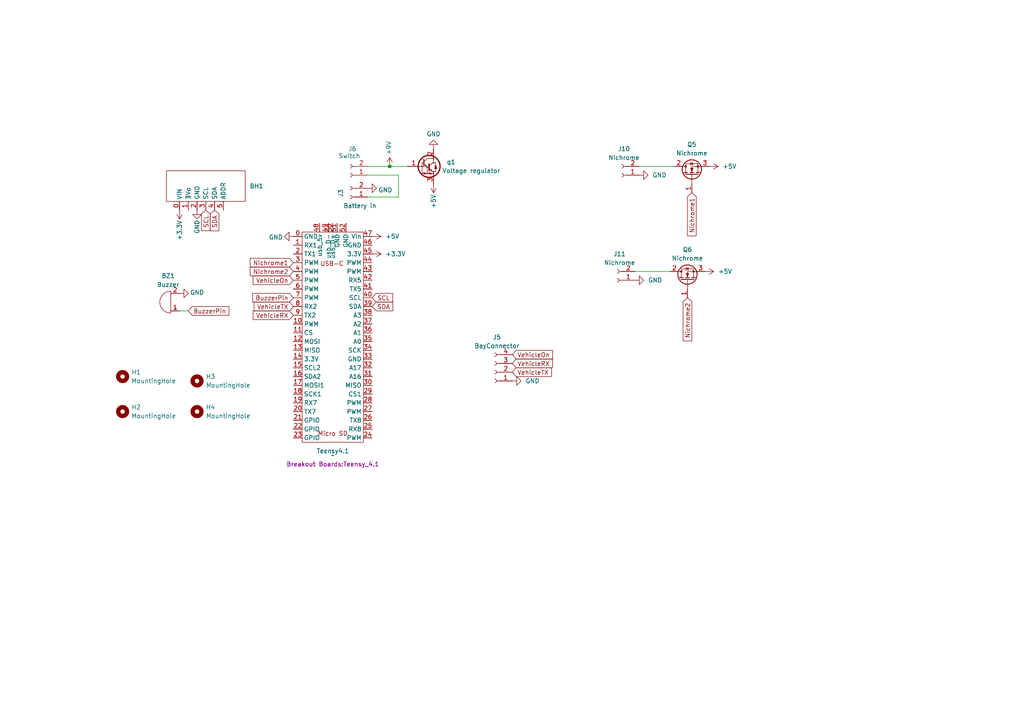
<source format=kicad_sch>
(kicad_sch (version 20250114) (generator "eeschema") (generator_version "9.0")
  (paper "A4")
  (lib_symbols
    (symbol "Breakout Boards:BH1750"
      (property "Reference" "U" (at -3.81 6.35 0))
      (symbol "BH1750_0_1"
        (rectangle (start -6.35 7.62) (end 16.51 -1.27))
        (rectangle (start -1.27 1.27) (end -1.27 1.27))
      )
      (symbol "BH1750_1_1"
        (pin power_in line (at -2.54 -3.81 90) (length 2.54) (name "VIN") (number "0"))
        (pin output line (at 0 -3.81 90) (length 2.54) (name "3Vo") (number "1"))
        (pin output line (at 2.54 -3.81 90) (length 2.54) (name "GND") (number "2"))
        (pin bidirectional line (at 5.08 -3.81 90) (length 2.54) (name "SCL") (number "3"))
        (pin bidirectional line (at 7.62 -3.81 90) (length 2.54) (name "SDA") (number "4"))
        (pin bidirectional line (at 10.16 -3.81 90) (length 2.54) (name "ADDR") (number "5"))
      )
    )
    (symbol "Breakout Boards:Teensy_4.1"
      (property "Reference" "Teensy4.1" (at 0 0 90))
      (property "Footprint" "Breakout Boards:Teensy_4.1" (at -0.254 36.322 0))
      (symbol "Teensy_4.1_0_1"
        (rectangle (start -8.89 30.48) (end 8.89 -30.48))
      )
      (symbol "Teensy_4.1_1_1"
        (text "USB-C" (at -0.254 21.336 0) (effects (font (size 1.27 1.27))))
        (text "Micro SD" (at 0 -27.94 0) (effects (font (size 1.27 1.27))))
        (pin input line (at -11.43 29.21 0) (length 2.54) (name "GND") (number "0"))
        (pin input line (at -11.43 26.67 0) (length 2.54) (name "RX1") (number "1"))
        (pin input line (at -11.43 24.13 0) (length 2.54) (name "TX1") (number "2"))
        (pin input line (at -11.43 21.59 0) (length 2.54) (name "PWM") (number "3"))
        (pin input line (at -11.43 19.05 0) (length 2.54) (name "PWM") (number "4"))
        (pin input line (at -11.43 16.51 0) (length 2.54) (name "PWM") (number "5"))
        (pin input line (at -11.43 13.97 0) (length 2.54) (name "PWM") (number "6"))
        (pin input line (at -11.43 11.43 0) (length 2.54) (name "PWM") (number "7"))
        (pin input line (at -11.43 8.89 0) (length 2.54) (name "RX2") (number "8"))
        (pin input line (at -11.43 6.35 0) (length 2.54) (name "TX2") (number "9"))
        (pin input line (at -11.43 3.81 0) (length 2.54) (name "PWM") (number "10"))
        (pin input line (at -11.43 1.27 0) (length 2.54) (name "CS") (number "11"))
        (pin input line (at -11.43 -1.27 0) (length 2.54) (name "MOSI") (number "12"))
        (pin input line (at -11.43 -3.81 0) (length 2.54) (name "MISO") (number "13"))
        (pin input line (at -11.43 -6.35 0) (length 2.54) (name "3.3V") (number "14"))
        (pin input line (at -11.43 -8.89 0) (length 2.54) (name "SCL2") (number "15"))
        (pin input line (at -11.43 -11.43 0) (length 2.54) (name "SDA2") (number "16"))
        (pin input line (at -11.43 -13.97 0) (length 2.54) (name "MOSI1") (number "17"))
        (pin input line (at -11.43 -16.51 0) (length 2.54) (name "SCK1") (number "18"))
        (pin input line (at -11.43 -19.05 0) (length 2.54) (name "RX7") (number "19"))
        (pin input line (at -11.43 -21.59 0) (length 2.54) (name "TX7") (number "20"))
        (pin input line (at -11.43 -24.13 0) (length 2.54) (name "GPIO") (number "21"))
        (pin input line (at -11.43 -26.67 0) (length 2.54) (name "GPIO") (number "22"))
        (pin input line (at -11.43 -29.21 0) (length 2.54) (name "GPIO") (number "23"))
        (pin input line (at -3.81 33.02 270) (length 2.54) (name "usb_5v") (number "48"))
        (pin input line (at -1.27 33.02 270) (length 2.54) (name "usb_D-") (number "49"))
        (pin input line (at 0 33.02 270) (length 2.54) (name "usb_D+") (number "50"))
        (pin input line (at 1.27 33.02 270) (length 2.54) (name "GND") (number "51"))
        (pin input line (at 3.81 33.02 270) (length 2.54) (name "GND") (number "52"))
        (pin input line (at 11.43 29.21 180) (length 2.54) (name "Vin") (number "47"))
        (pin input line (at 11.43 26.67 180) (length 2.54) (name "GND") (number "46"))
        (pin input line (at 11.43 24.13 180) (length 2.54) (name "3.3V") (number "45"))
        (pin input line (at 11.43 21.59 180) (length 2.54) (name "PWM") (number "44"))
        (pin input line (at 11.43 19.05 180) (length 2.54) (name "PWM") (number "43"))
        (pin input line (at 11.43 16.51 180) (length 2.54) (name "RX5") (number "42"))
        (pin input line (at 11.43 13.97 180) (length 2.54) (name "TX5") (number "41"))
        (pin input line (at 11.43 11.43 180) (length 2.54) (name "SCL") (number "40"))
        (pin input line (at 11.43 8.89 180) (length 2.54) (name "SDA") (number "39"))
        (pin input line (at 11.43 6.35 180) (length 2.54) (name "A3") (number "38"))
        (pin input line (at 11.43 3.81 180) (length 2.54) (name "A2") (number "37"))
        (pin input line (at 11.43 1.27 180) (length 2.54) (name "A1") (number "36"))
        (pin input line (at 11.43 -1.27 180) (length 2.54) (name "A0") (number "35"))
        (pin input line (at 11.43 -3.81 180) (length 2.54) (name "SCK") (number "34"))
        (pin input line (at 11.43 -6.35 180) (length 2.54) (name "GND") (number "33"))
        (pin input line (at 11.43 -8.89 180) (length 2.54) (name "A17") (number "32"))
        (pin input line (at 11.43 -11.43 180) (length 2.54) (name "A16") (number "31"))
        (pin input line (at 11.43 -13.97 180) (length 2.54) (name "MISO") (number "30"))
        (pin input line (at 11.43 -16.51 180) (length 2.54) (name "CS1") (number "29"))
        (pin input line (at 11.43 -19.05 180) (length 2.54) (name "PWM") (number "28"))
        (pin input line (at 11.43 -21.59 180) (length 2.54) (name "PWM") (number "27"))
        (pin input line (at 11.43 -24.13 180) (length 2.54) (name "TX8") (number "26"))
        (pin input line (at 11.43 -26.67 180) (length 2.54) (name "RX8") (number "25"))
        (pin input line (at 11.43 -29.21 180) (length 2.54) (name "PWM") (number "24"))
      )
    )
    (symbol "Connector:Conn_01x02_Socket" (pin_names (offset 1.016) (hide yes))
      (property "Reference" "J" (at 0 2.54 0))
      (property "Value" "Conn_01x02_Socket" (at 0 -5.08 0))
      (symbol "Conn_01x02_Socket_1_1"
        (polyline (pts (xy -1.27 0) (xy -0.508 0)) (stroke (width 0.1524)))
        (polyline (pts (xy -1.27 -2.54) (xy -0.508 -2.54)) (stroke (width 0.1524)))
        (arc (start 0 -0.508) (mid -0.5058 0) (end 0 0.508) (stroke (width 0.1524)))
        (arc (start 0 -3.048) (mid -0.5058 -2.54) (end 0 -2.032) (stroke (width 0.1524)))
        (pin passive line (at -5.08 0 0) (length 3.81) (name "Pin_1") (number "1"))
        (pin passive line (at -5.08 -2.54 0) (length 3.81) (name "Pin_2") (number "2"))
      )
    )
    (symbol "Connector:Conn_01x04_Socket" (pin_names (offset 1.016) (hide yes))
      (property "Reference" "J" (at 0 5.08 0))
      (property "Value" "Conn_01x04_Socket" (at 0 -7.62 0))
      (symbol "Conn_01x04_Socket_1_1"
        (polyline (pts (xy -1.27 2.54) (xy -0.508 2.54)) (stroke (width 0.1524)))
        (polyline (pts (xy -1.27 0) (xy -0.508 0)) (stroke (width 0.1524)))
        (polyline (pts (xy -1.27 -2.54) (xy -0.508 -2.54)) (stroke (width 0.1524)))
        (polyline (pts (xy -1.27 -5.08) (xy -0.508 -5.08)) (stroke (width 0.1524)))
        (arc (start 0 2.032) (mid -0.5058 2.54) (end 0 3.048) (stroke (width 0.1524)))
        (arc (start 0 -0.508) (mid -0.5058 0) (end 0 0.508) (stroke (width 0.1524)))
        (arc (start 0 -3.048) (mid -0.5058 -2.54) (end 0 -2.032) (stroke (width 0.1524)))
        (arc (start 0 -5.588) (mid -0.5058 -5.08) (end 0 -4.572) (stroke (width 0.1524)))
        (pin passive line (at -5.08 2.54 0) (length 3.81) (name "Pin_1") (number "1"))
        (pin passive line (at -5.08 0 0) (length 3.81) (name "Pin_2") (number "2"))
        (pin passive line (at -5.08 -2.54 0) (length 3.81) (name "Pin_3") (number "3"))
        (pin passive line (at -5.08 -5.08 0) (length 3.81) (name "Pin_4") (number "4"))
      )
    )
    (symbol "Device:Buzzer" (pin_names (offset 0.0254) (hide yes))
      (property "Reference" "BZ" (at 3.81 1.27 0))
      (property "Value" "Buzzer" (at 3.81 -1.27 0))
      (symbol "Buzzer_0_1"
        (polyline (pts (xy -1.651 1.905) (xy -1.143 1.905)))
        (polyline (pts (xy -1.397 2.159) (xy -1.397 1.651)))
        (arc (start 0 3.175) (mid 3.1612 0) (end 0 -3.175))
        (polyline (pts (xy 0 3.175) (xy 0 -3.175)))
      )
      (symbol "Buzzer_1_1"
        (pin passive line (at -2.54 2.54 0) (length 2.54) (name "-") (number "1"))
        (pin passive line (at -2.54 -2.54 0) (length 2.54) (name "+") (number "2"))
      )
    )
    (symbol "Mechanical:MountingHole" (pin_names (offset 1.016))
      (property "Reference" "H" (at 0 5.08 0))
      (property "Value" "MountingHole" (at 0 3.175 0))
      (symbol "MountingHole_0_1"
        (circle (center 0 0) (radius 1.27) (stroke (width 1.27)))
      )
    )
    (symbol "Transistor_BJT:TIP120" (pin_names (offset 0) (hide yes))
      (property "Reference" "Q" (at 5.08 1.905 0))
      (property "Value" "TIP120" (at 5.08 0 0))
      (symbol "TIP120_0_1"
        (polyline (pts (xy -1.27 0) (xy -0.889 0)))
        (circle (center -0.762 0) (radius 0.127))
        (polyline (pts (xy -0.254 2.032) (xy -0.254 0) (xy -0.254 0)) (stroke (width 0.3048)))
        (polyline (pts (xy -0.254 1.27) (xy 0.762 2.286) (xy 2.54 2.286)))
        (polyline (pts (xy -0.254 1.016) (xy -0.762 1.016) (xy -0.762 -2.032)))
        (polyline (pts (xy -0.254 0.762) (xy 0.762 -0.254) (xy 1.27 -0.254)))
        (polyline (pts (xy 0.635 -0.127) (xy 0.381 0.381) (xy 0.127 0.127) (xy 0.635 -0.127)))
        (polyline (pts (xy 0.762 -0.254) (xy 0.762 -2.032) (xy 1.143 -2.032) (xy 1.27 -1.778) (xy 1.397 -2.286) (xy 1.524 -1.778) (xy 1.651 -2.286) (xy 1.778 -1.778) (xy 1.905 -2.286) (xy 2.032 -2.032) (xy 2.54 -2.032)))
        (circle (center 0.762 -0.254) (radius 0.127))
        (polyline (pts (xy 0.762 -2.032) (xy 0.381 -2.032) (xy 0.254 -2.286) (xy 0.127 -1.778) (xy 0 -2.286) (xy -0.127 -1.778) (xy -0.254 -2.286) (xy -0.381 -1.778) (xy -0.508 -2.032) (xy -0.762 -2.032)))
        (circle (center 0.762 -2.032) (radius 0.127))
        (polyline (pts (xy 1.27 0.762) (xy 1.27 -1.27) (xy 1.27 -1.27)) (stroke (width 0.381)))
        (polyline (pts (xy 1.27 0) (xy 2.286 1.016) (xy 2.54 1.016) (xy 2.54 2.286)))
        (circle (center 1.27 0) (radius 3.175) (stroke (width 0.3556)))
        (polyline (pts (xy 1.27 -0.508) (xy 2.286 -1.524) (xy 2.54 -1.524) (xy 2.54 -2.032)))
        (polyline (pts (xy 2.159 -1.397) (xy 1.905 -0.889) (xy 1.651 -1.143) (xy 2.159 -1.397)))
        (circle (center 2.54 2.286) (radius 0.127))
        (circle (center 2.54 1.016) (radius 0.127))
        (polyline (pts (xy 2.54 -1.524) (xy 3.175 -1.524)))
        (circle (center 2.54 -1.524) (radius 0.127))
        (polyline (pts (xy 2.54 -2.032) (xy 2.54 -2.54)))
        (circle (center 2.54 -2.032) (radius 0.127))
        (polyline (pts (xy 2.794 0.127) (xy 3.556 0.127)))
        (polyline (pts (xy 3.175 1.016) (xy 2.54 1.016)))
        (polyline (pts (xy 3.175 1.016) (xy 3.175 0.127)))
        (polyline (pts (xy 3.175 0.127) (xy 2.794 -0.635) (xy 3.556 -0.635) (xy 3.175 0.127)) (fill (type outline)))
        (polyline (pts (xy 3.175 -0.635) (xy 3.175 -1.524)))
      )
      (symbol "TIP120_1_1"
        (pin input line (at -5.08 0 0) (length 3.81) (name "B") (number "1"))
        (pin passive line (at 2.54 5.08 270) (length 2.667) (name "C") (number "2"))
        (pin passive line (at 2.54 -5.08 90) (length 2.54) (name "E") (number "3"))
      )
    )
    (symbol "Transistor_FET:IRLZ44N" (pin_names (hide yes))
      (property "Reference" "Q" (at 5.08 1.905 0))
      (property "Value" "IRLZ44N" (at 5.08 0 0))
      (symbol "IRLZ44N_0_1"
        (polyline (pts (xy 0.254 1.905) (xy 0.254 -1.905)) (stroke (width 0.254)))
        (polyline (pts (xy 0.254 0) (xy -2.54 0)))
        (polyline (pts (xy 0.762 2.286) (xy 0.762 1.27)) (stroke (width 0.254)))
        (polyline (pts (xy 0.762 0.508) (xy 0.762 -0.508)) (stroke (width 0.254)))
        (polyline (pts (xy 0.762 -1.27) (xy 0.762 -2.286)) (stroke (width 0.254)))
        (polyline (pts (xy 0.762 -1.778) (xy 3.302 -1.778) (xy 3.302 1.778) (xy 0.762 1.778)))
        (polyline (pts (xy 1.016 0) (xy 2.032 0.381) (xy 2.032 -0.381) (xy 1.016 0)) (fill (type outline)))
        (circle (center 1.651 0) (radius 2.794) (stroke (width 0.254)))
        (polyline (pts (xy 2.54 2.54) (xy 2.54 1.778)))
        (circle (center 2.54 1.778) (radius 0.254) (fill (type outline)))
        (circle (center 2.54 -1.778) (radius 0.254) (fill (type outline)))
        (polyline (pts (xy 2.54 -2.54) (xy 2.54 0) (xy 0.762 0)))
        (polyline (pts (xy 2.794 0.508) (xy 2.921 0.381) (xy 3.683 0.381) (xy 3.81 0.254)))
        (polyline (pts (xy 3.302 0.381) (xy 2.921 -0.254) (xy 3.683 -0.254) (xy 3.302 0.381)))
      )
      (symbol "IRLZ44N_1_1"
        (pin input line (at -5.08 0 0) (length 2.54) (name "G") (number "1"))
        (pin passive line (at 2.54 5.08 270) (length 2.54) (name "D") (number "2"))
        (pin passive line (at 2.54 -5.08 90) (length 2.54) (name "S") (number "3"))
      )
    )
    (symbol "power:+3.3V" (power) (pin_names (offset 0))
      (property "Value" "+3.3V" (at 0 3.556 0))
      (symbol "+3.3V_0_1"
        (polyline (pts (xy -0.762 1.27) (xy 0 2.54)))
        (polyline (pts (xy 0 2.54) (xy 0.762 1.27)))
        (polyline (pts (xy 0 0) (xy 0 2.54)))
      )
      (symbol "+3.3V_1_1"
        (pin power_in line (at 0 0 90) (length 0) (hide yes) (name "+3.3V") (number "1"))
      )
    )
    (symbol "power:+5V" (power) (pin_names (offset 0))
      (property "Value" "+5V" (at 0 3.556 0))
      (symbol "+5V_0_1"
        (polyline (pts (xy -0.762 1.27) (xy 0 2.54)))
        (polyline (pts (xy 0 2.54) (xy 0.762 1.27)))
        (polyline (pts (xy 0 0) (xy 0 2.54)))
      )
      (symbol "+5V_1_1"
        (pin power_in line (at 0 0 90) (length 0) (hide yes) (name "+5V") (number "1"))
      )
    )
    (symbol "power:+9V" (power) (pin_names (offset 0))
      (property "Value" "+9V" (at 0 3.556 0))
      (symbol "+9V_0_1"
        (polyline (pts (xy -0.762 1.27) (xy 0 2.54)))
        (polyline (pts (xy 0 2.54) (xy 0.762 1.27)))
        (polyline (pts (xy 0 0) (xy 0 2.54)))
      )
      (symbol "+9V_1_1"
        (pin power_in line (at 0 0 90) (length 0) (hide yes) (name "+9V") (number "1"))
      )
    )
    (symbol "power:GND" (power) (pin_numbers (hide yes)) (pin_names (offset 0) (hide yes))
      (property "Value" "GND" (at 0 -3.81 0))
      (symbol "GND_0_1"
        (polyline (pts (xy 0 0) (xy 0 -1.27) (xy 1.27 -1.27) (xy 0 -2.54) (xy -1.27 -1.27) (xy 0 -1.27)))
      )
      (symbol "GND_1_1"
        (pin power_in line (at 0 0 270) (length 0) (name "~") (number "1"))
      )
    )
  )
  (junction (at 113.03 48.26))
  (wire (pts (xy 185.42 48.26) (xy 195.58 48.26)))
  (wire (pts (xy 52.07 90.17) (xy 54.61 90.17)))
  (wire (pts (xy 113.03 48.26) (xy 118.11 48.26)))
  (wire (pts (xy 106.68 57.15) (xy 115.57 57.15)))
  (wire (pts (xy 115.57 57.15) (xy 115.57 50.8)))
  (wire (pts (xy 115.57 50.8) (xy 106.68 50.8)))
  (wire (pts (xy 184.15 78.74) (xy 194.31 78.74)))
  (wire (pts (xy 106.68 48.26) (xy 113.03 48.26)))
  (global_label "BuzzerPin" (shape input) (at 54.61 90.17 0) (property "Intersheetrefs" "${INTERSHEET_REFS}" (effects (hide yes))))
  (global_label "VehicleRX" (shape input) (at 148.59 105.41 0) (property "Intersheetrefs" "${INTERSHEET_REFS}" (effects (hide yes))))
  (global_label "Nichrome1" (shape input) (at 85.09 76.2 180) (property "Intersheetrefs" "${INTERSHEET_REFS}" (effects (hide yes))))
  (global_label "VehicleTX" (shape input) (at 85.09 88.9 180) (property "Intersheetrefs" "${INTERSHEET_REFS}" (effects (hide yes))))
  (global_label "VehicleRX" (shape input) (at 85.09 91.44 180) (property "Intersheetrefs" "${INTERSHEET_REFS}" (effects (hide yes))))
  (global_label "BuzzerPin" (shape input) (at 85.09 86.36 180) (property "Intersheetrefs" "${INTERSHEET_REFS}" (effects (hide yes))))
  (global_label "VehicleTX" (shape input) (at 148.59 107.95 0) (property "Intersheetrefs" "${INTERSHEET_REFS}" (effects (hide yes))))
  (global_label "Nichrome2" (shape input) (at 199.39 86.36 270) (property "Intersheetrefs" "${INTERSHEET_REFS}" (effects (hide yes))))
  (global_label "VehicleOn" (shape input) (at 148.59 102.87 0) (property "Intersheetrefs" "${INTERSHEET_REFS}" (effects (hide yes))))
  (global_label "VehicleOn" (shape input) (at 85.09 81.28 180) (property "Intersheetrefs" "${INTERSHEET_REFS}" (effects (hide yes))))
  (global_label "SCL" (shape input) (at 107.95 86.36 0) (property "Intersheetrefs" "${INTERSHEET_REFS}" (effects (hide yes))))
  (global_label "Nichrome1" (shape input) (at 200.66 55.88 270) (property "Intersheetrefs" "${INTERSHEET_REFS}" (effects (hide yes))))
  (global_label "Nichrome2" (shape input) (at 85.09 78.74 180) (property "Intersheetrefs" "${INTERSHEET_REFS}" (effects (hide yes))))
  (global_label "SCL" (shape input) (at 59.69 60.96 270) (property "Intersheetrefs" "${INTERSHEET_REFS}" (effects (hide yes))))
  (global_label "SDA" (shape input) (at 107.95 88.9 0) (property "Intersheetrefs" "${INTERSHEET_REFS}" (effects (hide yes))))
  (global_label "SDA" (shape input) (at 62.23 60.96 270) (property "Intersheetrefs" "${INTERSHEET_REFS}" (effects (hide yes))))
  (symbol (lib_id "Mechanical:MountingHole") (at 35.56 119.38 0) (unit 1)
    (property "Reference" "H2" (at 38.1 118.11 0) (effects (justify left)))
    (property "Value" "MountingHole" (at 38.1 120.65 0) (effects (justify left)))
    (property "Footprint" "MountingHole:MountingHole_3.2mm_M3" (effects (hide yes)))
  )
  (symbol (lib_id "power:GND") (at 106.68 54.61 90) (unit 1)
    (property "Reference" "#PWR02" (effects (hide yes)))
    (property "Value" "GND" (at 111.76 55.118 90))
    (property "Description" "Power symbol creates a global label with name \"GND\" , ground" (effects (hide yes)))
  )
  (symbol (lib_id "power:+5V") (at 204.47 78.74 270) (unit 1)
    (property "Reference" "#PWR035" (effects (hide yes)))
    (property "Value" "+5V" (at 208.28 78.7399 90) (effects (justify left)))
    (property "Description" "Power symbol creates a global label with name \"+5V\"" (effects (hide yes)))
  )
  (symbol (lib_id "power:GND") (at 148.59 110.49 90) (unit 1)
    (property "Reference" "#PWR016" (effects (hide yes)))
    (property "Value" "GND" (at 152.4 110.4901 90) (effects (justify right)))
    (property "Description" "Power symbol creates a global label with name \"GND\" , ground" (effects (hide yes)))
  )
  (symbol (lib_id "Breakout Boards:Teensy_4.1") (at 96.52 97.79 0) (unit 1)
    (property "Reference" "Teensy4.1" (at 96.52 130.81 0))
    (property "Value" "~" (at 96.52 132.08 0))
    (property "Footprint" "Breakout Boards:Teensy_4.1" (at 96.52 134.62 0))
  )
  (symbol (lib_id "Connector:Conn_01x02_Socket") (at 179.07 81.28 180) (unit 1)
    (property "Reference" "J11" (at 179.705 73.66 0))
    (property "Value" "Nichrome" (at 179.705 76.2 0))
    (property "Footprint" "Connector_JST:JST_XH_B2B-XH-A_1x02_P2.50mm_Vertical" (effects (hide yes)))
    (property "Description" "Generic connector, single row, 01x02, script generated" (effects (hide yes)))
  )
  (symbol (lib_id "Transistor_FET:IRLZ44N") (at 199.39 81.28 90) (unit 1)
    (property "Reference" "Q6" (at 199.39 72.39 90))
    (property "Value" "Nichrome" (at 199.39 74.93 90))
    (property "Footprint" "Package_TO_SOT_THT:TO-220-3_Vertical" (effects (hide yes)))
    (property "Datasheet" "http://www.irf.com/product-info/datasheets/data/irlz44n.pdf" (effects (hide yes)))
    (property "Description" "47A Id, 55V Vds, 22mOhm Rds Single N-Channel HEXFET Power MOSFET, TO-220AB" (effects (hide yes)))
  )
  (symbol (lib_id "Device:Buzzer") (at 49.53 87.63 180) (unit 1)
    (property "Reference" "BZ1" (at 48.7749 80.01 0))
    (property "Value" "Buzzer" (at 48.7749 82.55 0))
    (property "Footprint" "Buzzer_Beeper:Buzzer_12x9.5RM7.6" (effects (hide yes)))
  )
  (symbol (lib_id "power:GND") (at 184.15 81.28 90) (unit 1)
    (property "Reference" "#PWR013" (effects (hide yes)))
    (property "Value" "GND" (at 187.96 81.2799 90) (effects (justify right)))
    (property "Description" "Power symbol creates a global label with name \"GND\" , ground" (effects (hide yes)))
  )
  (symbol (lib_id "power:+5V") (at 107.95 68.58 270) (unit 1)
    (property "Reference" "#PWR06" (effects (hide yes)))
    (property "Value" "+5V" (at 111.76 68.5799 90) (effects (justify left)))
  )
  (symbol (lib_id "power:+5V") (at 205.74 48.26 270) (unit 1)
    (property "Reference" "#PWR034" (effects (hide yes)))
    (property "Value" "+5V" (at 209.55 48.2599 90) (effects (justify left)))
    (property "Description" "Power symbol creates a global label with name \"+5V\"" (effects (hide yes)))
  )
  (symbol (lib_id "Breakout Boards:BH1750") (at 54.61 57.15 0) (unit 1)
    (property "Reference" "BH1" (at 72.39 53.975 0) (effects (justify left)))
    (property "Value" "~" (at 54.61 57.15 0))
    (property "Footprint" "Breakout Boards:BH1750" (effects (hide yes)))
  )
  (symbol (lib_id "power:GND") (at 57.15 60.96 0) (unit 1)
    (property "Reference" "#PWR010" (effects (hide yes)))
    (property "Value" "GND" (at 57.15 65.786 90))
    (property "Description" "Power symbol creates a global label with name \"GND\" , ground" (effects (hide yes)))
  )
  (symbol (lib_id "power:GND") (at 185.42 50.8 90) (unit 1)
    (property "Reference" "#PWR012" (effects (hide yes)))
    (property "Value" "GND" (at 189.23 50.7999 90) (effects (justify right)))
    (property "Description" "Power symbol creates a global label with name \"GND\" , ground" (effects (hide yes)))
  )
  (symbol (lib_id "Mechanical:MountingHole") (at 35.56 109.22 0) (unit 1)
    (property "Reference" "H1" (at 38.1 107.95 0) (effects (justify left)))
    (property "Value" "MountingHole" (at 38.1 110.49 0) (effects (justify left)))
    (property "Footprint" "MountingHole:MountingHole_3.2mm_M3" (effects (hide yes)))
  )
  (symbol (lib_id "Mechanical:MountingHole") (at 57.15 119.38 0) (unit 1)
    (property "Reference" "H4" (at 59.69 118.11 0) (effects (justify left)))
    (property "Value" "MountingHole" (at 59.69 120.65 0) (effects (justify left)))
    (property "Footprint" "MountingHole:MountingHole_3.2mm_M3" (effects (hide yes)))
  )
  (symbol (lib_id "Connector:Conn_01x02_Socket") (at 101.6 57.15 180) (unit 1)
    (property "Reference" "J3" (at 98.806 54.864 90) (effects (justify left)))
    (property "Value" "Battery in" (at 109.22 59.69 0) (effects (justify left)))
    (property "Footprint" "Connector_JST:JST_XH_B2B-XH-A_1x02_P2.50mm_Vertical" (effects (hide yes)))
  )
  (symbol (lib_id "power:+9V") (at 113.03 48.26 0) (unit 1)
    (property "Reference" "#PWR01" (effects (hide yes)))
    (property "Value" "+9V" (at 112.776 42.926 90))
  )
  (symbol (lib_id "Connector:Conn_01x02_Socket") (at 101.6 50.8 180) (unit 1)
    (property "Reference" "J6" (at 102.235 43.18 0))
    (property "Value" "Switch" (at 101.346 45.212 0))
    (property "Footprint" "Connector_JST:JST_XH_B2B-XH-A_1x02_P2.50mm_Vertical" (effects (hide yes)))
  )
  (symbol (lib_id "power:GND") (at 125.73 43.18 180) (unit 1)
    (property "Reference" "#PWR04" (effects (hide yes)))
    (property "Value" "GND" (at 125.73 38.862 0))
    (property "Description" "Power symbol creates a global label with name \"GND\" , ground" (effects (hide yes)))
  )
  (symbol (lib_id "Transistor_FET:IRLZ44N") (at 200.66 50.8 90) (unit 1)
    (property "Reference" "Q5" (at 200.66 41.91 90))
    (property "Value" "Nichrome" (at 200.66 44.45 90))
    (property "Footprint" "Package_TO_SOT_THT:TO-220-3_Vertical" (effects (hide yes)))
    (property "Datasheet" "http://www.irf.com/product-info/datasheets/data/irlz44n.pdf" (effects (hide yes)))
    (property "Description" "47A Id, 55V Vds, 22mOhm Rds Single N-Channel HEXFET Power MOSFET, TO-220AB" (effects (hide yes)))
  )
  (symbol (lib_id "power:GND") (at 52.07 85.09 90) (unit 1)
    (property "Reference" "#PWR011" (effects (hide yes)))
    (property "Value" "GND" (at 57.15 84.836 90))
    (property "Description" "Power symbol creates a global label with name \"GND\" , ground" (effects (hide yes)))
  )
  (symbol (lib_id "Connector:Conn_01x04_Socket") (at 143.51 107.95 180) (unit 1)
    (property "Reference" "J5" (at 144.145 97.79 0))
    (property "Value" "BayConnector" (at 144.145 100.33 0))
    (property "Footprint" "Connector_JST:JST_XH_B4B-XH-A_1x04_P2.50mm_Vertical" (effects (hide yes)))
  )
  (symbol (lib_id "power:+5V") (at 125.73 53.34 180) (unit 1)
    (property "Reference" "#PWR05" (effects (hide yes)))
    (property "Value" "+5V" (at 125.73 58.42 90))
  )
  (symbol (lib_id "Connector:Conn_01x02_Socket") (at 180.34 50.8 180) (unit 1)
    (property "Reference" "J10" (at 180.975 43.18 0))
    (property "Value" "Nichrome" (at 180.975 45.72 0))
    (property "Footprint" "Connector_JST:JST_XH_B2B-XH-A_1x02_P2.50mm_Vertical" (effects (hide yes)))
    (property "Description" "Generic connector, single row, 01x02, script generated" (effects (hide yes)))
  )
  (symbol (lib_id "power:+3.3V") (at 52.07 60.96 180) (unit 1)
    (property "Reference" "#PWR08" (effects (hide yes)))
    (property "Value" "+3.3V" (at 52.07 66.802 90))
  )
  (symbol (lib_id "power:GND") (at 85.09 68.58 270) (unit 1)
    (property "Reference" "#PWR09" (effects (hide yes)))
    (property "Value" "GND" (at 80.01 68.834 90))
    (property "Description" "Power symbol creates a global label with name \"GND\" , ground" (effects (hide yes)))
  )
  (symbol (lib_id "Mechanical:MountingHole") (at 57.15 110.49 0) (unit 1)
    (property "Reference" "H3" (at 59.69 109.22 0) (effects (justify left)))
    (property "Value" "MountingHole" (at 59.69 111.76 0) (effects (justify left)))
    (property "Footprint" "MountingHole:MountingHole_3.2mm_M3" (effects (hide yes)))
  )
  (symbol (lib_id "Transistor_BJT:TIP120") (at 123.19 48.26 0) (unit 1)
    (property "Reference" "q1" (at 129.54 46.99 0) (effects (justify left)))
    (property "Value" "Voltage regulator" (at 128.27 49.53 0) (effects (justify left)))
    (property "Footprint" "Package_TO_SOT_THT:TO-220-3_Vertical" (effects (hide yes)))
    (property "Datasheet" "https://www.onsemi.com/pub/Collateral/TIP120-D.PDF" (effects (hide yes)))
  )
  (symbol (lib_id "power:+3.3V") (at 107.95 73.66 270) (unit 1)
    (property "Reference" "#PWR07" (effects (hide yes)))
    (property "Value" "+3.3V" (at 111.76 73.6599 90) (effects (justify left)))
  )
)
</source>
